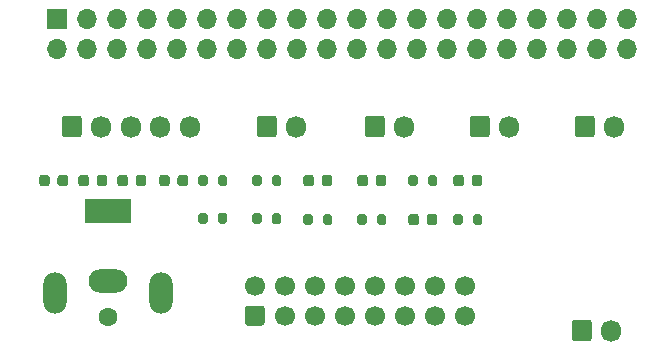
<source format=gbr>
%TF.GenerationSoftware,KiCad,Pcbnew,(5.1.9)-1*%
%TF.CreationDate,2021-05-20T14:11:39+09:00*%
%TF.ProjectId,LED-Matrix-PCB,4c45442d-4d61-4747-9269-782d5043422e,rev?*%
%TF.SameCoordinates,Original*%
%TF.FileFunction,Soldermask,Top*%
%TF.FilePolarity,Negative*%
%FSLAX46Y46*%
G04 Gerber Fmt 4.6, Leading zero omitted, Abs format (unit mm)*
G04 Created by KiCad (PCBNEW (5.1.9)-1) date 2021-05-20 14:11:39*
%MOMM*%
%LPD*%
G01*
G04 APERTURE LIST*
%ADD10O,1.700000X1.700000*%
%ADD11R,1.700000X1.700000*%
%ADD12O,1.700000X1.850000*%
%ADD13C,1.700000*%
%ADD14C,1.600000*%
%ADD15O,2.000000X3.500000*%
%ADD16O,3.300000X2.000000*%
%ADD17R,4.000000X2.000000*%
G04 APERTURE END LIST*
D10*
%TO.C,J1*%
X155194000Y-76454000D03*
X155194000Y-73914000D03*
X152654000Y-76454000D03*
X152654000Y-73914000D03*
X150114000Y-76454000D03*
X150114000Y-73914000D03*
X147574000Y-76454000D03*
X147574000Y-73914000D03*
X145034000Y-76454000D03*
X145034000Y-73914000D03*
X142494000Y-76454000D03*
X142494000Y-73914000D03*
X139954000Y-76454000D03*
X139954000Y-73914000D03*
X137414000Y-76454000D03*
X137414000Y-73914000D03*
X134874000Y-76454000D03*
X134874000Y-73914000D03*
X132334000Y-76454000D03*
X132334000Y-73914000D03*
X129794000Y-76454000D03*
X129794000Y-73914000D03*
X127254000Y-76454000D03*
X127254000Y-73914000D03*
X124714000Y-76454000D03*
X124714000Y-73914000D03*
X122174000Y-76454000D03*
X122174000Y-73914000D03*
X119634000Y-76454000D03*
X119634000Y-73914000D03*
X117094000Y-76454000D03*
X117094000Y-73914000D03*
X114554000Y-76454000D03*
X114554000Y-73914000D03*
X112014000Y-76454000D03*
X112014000Y-73914000D03*
X109474000Y-76454000D03*
X109474000Y-73914000D03*
X106934000Y-76454000D03*
D11*
X106934000Y-73914000D03*
%TD*%
D12*
%TO.C,Matrix_POWER*%
X153884000Y-100330000D03*
G36*
G01*
X150534000Y-101005000D02*
X150534000Y-99655000D01*
G75*
G02*
X150784000Y-99405000I250000J0D01*
G01*
X151984000Y-99405000D01*
G75*
G02*
X152234000Y-99655000I0J-250000D01*
G01*
X152234000Y-101005000D01*
G75*
G02*
X151984000Y-101255000I-250000J0D01*
G01*
X150784000Y-101255000D01*
G75*
G02*
X150534000Y-101005000I0J250000D01*
G01*
G37*
%TD*%
%TO.C,R8*%
G36*
G01*
X142957000Y-90657000D02*
X142957000Y-91207000D01*
G75*
G02*
X142757000Y-91407000I-200000J0D01*
G01*
X142357000Y-91407000D01*
G75*
G02*
X142157000Y-91207000I0J200000D01*
G01*
X142157000Y-90657000D01*
G75*
G02*
X142357000Y-90457000I200000J0D01*
G01*
X142757000Y-90457000D01*
G75*
G02*
X142957000Y-90657000I0J-200000D01*
G01*
G37*
G36*
G01*
X141307000Y-90657000D02*
X141307000Y-91207000D01*
G75*
G02*
X141107000Y-91407000I-200000J0D01*
G01*
X140707000Y-91407000D01*
G75*
G02*
X140507000Y-91207000I0J200000D01*
G01*
X140507000Y-90657000D01*
G75*
G02*
X140707000Y-90457000I200000J0D01*
G01*
X141107000Y-90457000D01*
G75*
G02*
X141307000Y-90657000I0J-200000D01*
G01*
G37*
%TD*%
%TO.C,R7*%
G36*
G01*
X123489000Y-91130800D02*
X123489000Y-90580800D01*
G75*
G02*
X123689000Y-90380800I200000J0D01*
G01*
X124089000Y-90380800D01*
G75*
G02*
X124289000Y-90580800I0J-200000D01*
G01*
X124289000Y-91130800D01*
G75*
G02*
X124089000Y-91330800I-200000J0D01*
G01*
X123689000Y-91330800D01*
G75*
G02*
X123489000Y-91130800I0J200000D01*
G01*
G37*
G36*
G01*
X125139000Y-91130800D02*
X125139000Y-90580800D01*
G75*
G02*
X125339000Y-90380800I200000J0D01*
G01*
X125739000Y-90380800D01*
G75*
G02*
X125939000Y-90580800I0J-200000D01*
G01*
X125939000Y-91130800D01*
G75*
G02*
X125739000Y-91330800I-200000J0D01*
G01*
X125339000Y-91330800D01*
G75*
G02*
X125139000Y-91130800I0J200000D01*
G01*
G37*
%TD*%
%TO.C,R6*%
G36*
G01*
X118917000Y-91105400D02*
X118917000Y-90555400D01*
G75*
G02*
X119117000Y-90355400I200000J0D01*
G01*
X119517000Y-90355400D01*
G75*
G02*
X119717000Y-90555400I0J-200000D01*
G01*
X119717000Y-91105400D01*
G75*
G02*
X119517000Y-91305400I-200000J0D01*
G01*
X119117000Y-91305400D01*
G75*
G02*
X118917000Y-91105400I0J200000D01*
G01*
G37*
G36*
G01*
X120567000Y-91105400D02*
X120567000Y-90555400D01*
G75*
G02*
X120767000Y-90355400I200000J0D01*
G01*
X121167000Y-90355400D01*
G75*
G02*
X121367000Y-90555400I0J-200000D01*
G01*
X121367000Y-91105400D01*
G75*
G02*
X121167000Y-91305400I-200000J0D01*
G01*
X120767000Y-91305400D01*
G75*
G02*
X120567000Y-91105400I0J200000D01*
G01*
G37*
%TD*%
%TO.C,R5*%
G36*
G01*
X123489000Y-87905000D02*
X123489000Y-87355000D01*
G75*
G02*
X123689000Y-87155000I200000J0D01*
G01*
X124089000Y-87155000D01*
G75*
G02*
X124289000Y-87355000I0J-200000D01*
G01*
X124289000Y-87905000D01*
G75*
G02*
X124089000Y-88105000I-200000J0D01*
G01*
X123689000Y-88105000D01*
G75*
G02*
X123489000Y-87905000I0J200000D01*
G01*
G37*
G36*
G01*
X125139000Y-87905000D02*
X125139000Y-87355000D01*
G75*
G02*
X125339000Y-87155000I200000J0D01*
G01*
X125739000Y-87155000D01*
G75*
G02*
X125939000Y-87355000I0J-200000D01*
G01*
X125939000Y-87905000D01*
G75*
G02*
X125739000Y-88105000I-200000J0D01*
G01*
X125339000Y-88105000D01*
G75*
G02*
X125139000Y-87905000I0J200000D01*
G01*
G37*
%TD*%
%TO.C,R4*%
G36*
G01*
X118917000Y-87905000D02*
X118917000Y-87355000D01*
G75*
G02*
X119117000Y-87155000I200000J0D01*
G01*
X119517000Y-87155000D01*
G75*
G02*
X119717000Y-87355000I0J-200000D01*
G01*
X119717000Y-87905000D01*
G75*
G02*
X119517000Y-88105000I-200000J0D01*
G01*
X119117000Y-88105000D01*
G75*
G02*
X118917000Y-87905000I0J200000D01*
G01*
G37*
G36*
G01*
X120567000Y-87905000D02*
X120567000Y-87355000D01*
G75*
G02*
X120767000Y-87155000I200000J0D01*
G01*
X121167000Y-87155000D01*
G75*
G02*
X121367000Y-87355000I0J-200000D01*
G01*
X121367000Y-87905000D01*
G75*
G02*
X121167000Y-88105000I-200000J0D01*
G01*
X120767000Y-88105000D01*
G75*
G02*
X120567000Y-87905000I0J200000D01*
G01*
G37*
%TD*%
%TO.C,R3*%
G36*
G01*
X136697000Y-87905000D02*
X136697000Y-87355000D01*
G75*
G02*
X136897000Y-87155000I200000J0D01*
G01*
X137297000Y-87155000D01*
G75*
G02*
X137497000Y-87355000I0J-200000D01*
G01*
X137497000Y-87905000D01*
G75*
G02*
X137297000Y-88105000I-200000J0D01*
G01*
X136897000Y-88105000D01*
G75*
G02*
X136697000Y-87905000I0J200000D01*
G01*
G37*
G36*
G01*
X138347000Y-87905000D02*
X138347000Y-87355000D01*
G75*
G02*
X138547000Y-87155000I200000J0D01*
G01*
X138947000Y-87155000D01*
G75*
G02*
X139147000Y-87355000I0J-200000D01*
G01*
X139147000Y-87905000D01*
G75*
G02*
X138947000Y-88105000I-200000J0D01*
G01*
X138547000Y-88105000D01*
G75*
G02*
X138347000Y-87905000I0J200000D01*
G01*
G37*
%TD*%
%TO.C,R2*%
G36*
G01*
X132379000Y-91207000D02*
X132379000Y-90657000D01*
G75*
G02*
X132579000Y-90457000I200000J0D01*
G01*
X132979000Y-90457000D01*
G75*
G02*
X133179000Y-90657000I0J-200000D01*
G01*
X133179000Y-91207000D01*
G75*
G02*
X132979000Y-91407000I-200000J0D01*
G01*
X132579000Y-91407000D01*
G75*
G02*
X132379000Y-91207000I0J200000D01*
G01*
G37*
G36*
G01*
X134029000Y-91207000D02*
X134029000Y-90657000D01*
G75*
G02*
X134229000Y-90457000I200000J0D01*
G01*
X134629000Y-90457000D01*
G75*
G02*
X134829000Y-90657000I0J-200000D01*
G01*
X134829000Y-91207000D01*
G75*
G02*
X134629000Y-91407000I-200000J0D01*
G01*
X134229000Y-91407000D01*
G75*
G02*
X134029000Y-91207000I0J200000D01*
G01*
G37*
%TD*%
%TO.C,R1*%
G36*
G01*
X127807000Y-91207000D02*
X127807000Y-90657000D01*
G75*
G02*
X128007000Y-90457000I200000J0D01*
G01*
X128407000Y-90457000D01*
G75*
G02*
X128607000Y-90657000I0J-200000D01*
G01*
X128607000Y-91207000D01*
G75*
G02*
X128407000Y-91407000I-200000J0D01*
G01*
X128007000Y-91407000D01*
G75*
G02*
X127807000Y-91207000I0J200000D01*
G01*
G37*
G36*
G01*
X129457000Y-91207000D02*
X129457000Y-90657000D01*
G75*
G02*
X129657000Y-90457000I200000J0D01*
G01*
X130057000Y-90457000D01*
G75*
G02*
X130257000Y-90657000I0J-200000D01*
G01*
X130257000Y-91207000D01*
G75*
G02*
X130057000Y-91407000I-200000J0D01*
G01*
X129657000Y-91407000D01*
G75*
G02*
X129457000Y-91207000I0J200000D01*
G01*
G37*
%TD*%
%TO.C,J8*%
X154138000Y-83058000D03*
G36*
G01*
X150788000Y-83733000D02*
X150788000Y-82383000D01*
G75*
G02*
X151038000Y-82133000I250000J0D01*
G01*
X152238000Y-82133000D01*
G75*
G02*
X152488000Y-82383000I0J-250000D01*
G01*
X152488000Y-83733000D01*
G75*
G02*
X152238000Y-83983000I-250000J0D01*
G01*
X151038000Y-83983000D01*
G75*
G02*
X150788000Y-83733000I0J250000D01*
G01*
G37*
%TD*%
%TO.C,J7*%
G36*
G01*
X107354000Y-83733000D02*
X107354000Y-82383000D01*
G75*
G02*
X107604000Y-82133000I250000J0D01*
G01*
X108804000Y-82133000D01*
G75*
G02*
X109054000Y-82383000I0J-250000D01*
G01*
X109054000Y-83733000D01*
G75*
G02*
X108804000Y-83983000I-250000J0D01*
G01*
X107604000Y-83983000D01*
G75*
G02*
X107354000Y-83733000I0J250000D01*
G01*
G37*
X110704000Y-83058000D03*
X113204000Y-83058000D03*
X115704000Y-83058000D03*
X118204000Y-83058000D03*
%TD*%
%TO.C,J6*%
G36*
G01*
X141898000Y-83733000D02*
X141898000Y-82383000D01*
G75*
G02*
X142148000Y-82133000I250000J0D01*
G01*
X143348000Y-82133000D01*
G75*
G02*
X143598000Y-82383000I0J-250000D01*
G01*
X143598000Y-83733000D01*
G75*
G02*
X143348000Y-83983000I-250000J0D01*
G01*
X142148000Y-83983000D01*
G75*
G02*
X141898000Y-83733000I0J250000D01*
G01*
G37*
X145248000Y-83058000D03*
%TD*%
%TO.C,J5*%
G36*
G01*
X133008000Y-83733000D02*
X133008000Y-82383000D01*
G75*
G02*
X133258000Y-82133000I250000J0D01*
G01*
X134458000Y-82133000D01*
G75*
G02*
X134708000Y-82383000I0J-250000D01*
G01*
X134708000Y-83733000D01*
G75*
G02*
X134458000Y-83983000I-250000J0D01*
G01*
X133258000Y-83983000D01*
G75*
G02*
X133008000Y-83733000I0J250000D01*
G01*
G37*
X136358000Y-83058000D03*
%TD*%
%TO.C,LED_Matrix*%
G36*
G01*
X124298000Y-99910000D02*
X123098000Y-99910000D01*
G75*
G02*
X122848000Y-99660000I0J250000D01*
G01*
X122848000Y-98460000D01*
G75*
G02*
X123098000Y-98210000I250000J0D01*
G01*
X124298000Y-98210000D01*
G75*
G02*
X124548000Y-98460000I0J-250000D01*
G01*
X124548000Y-99660000D01*
G75*
G02*
X124298000Y-99910000I-250000J0D01*
G01*
G37*
D13*
X126238000Y-99060000D03*
X128778000Y-99060000D03*
X131318000Y-99060000D03*
X133858000Y-99060000D03*
X136398000Y-99060000D03*
X138938000Y-99060000D03*
X141478000Y-99060000D03*
X123698000Y-96520000D03*
X126238000Y-96520000D03*
X128778000Y-96520000D03*
X131318000Y-96520000D03*
X133858000Y-96520000D03*
X136398000Y-96520000D03*
X138938000Y-96520000D03*
X141478000Y-96520000D03*
%TD*%
%TO.C,J3*%
G36*
G01*
X123864000Y-83733000D02*
X123864000Y-82383000D01*
G75*
G02*
X124114000Y-82133000I250000J0D01*
G01*
X125314000Y-82133000D01*
G75*
G02*
X125564000Y-82383000I0J-250000D01*
G01*
X125564000Y-83733000D01*
G75*
G02*
X125314000Y-83983000I-250000J0D01*
G01*
X124114000Y-83983000D01*
G75*
G02*
X123864000Y-83733000I0J250000D01*
G01*
G37*
D12*
X127214000Y-83058000D03*
%TD*%
D14*
%TO.C,J2*%
X111252000Y-99170000D03*
D15*
X115752000Y-97170000D03*
X106752000Y-97170000D03*
D16*
X111252000Y-96170000D03*
D17*
X111252000Y-90170000D03*
%TD*%
%TO.C,C8*%
G36*
G01*
X139147000Y-90682000D02*
X139147000Y-91182000D01*
G75*
G02*
X138922000Y-91407000I-225000J0D01*
G01*
X138472000Y-91407000D01*
G75*
G02*
X138247000Y-91182000I0J225000D01*
G01*
X138247000Y-90682000D01*
G75*
G02*
X138472000Y-90457000I225000J0D01*
G01*
X138922000Y-90457000D01*
G75*
G02*
X139147000Y-90682000I0J-225000D01*
G01*
G37*
G36*
G01*
X137597000Y-90682000D02*
X137597000Y-91182000D01*
G75*
G02*
X137372000Y-91407000I-225000J0D01*
G01*
X136922000Y-91407000D01*
G75*
G02*
X136697000Y-91182000I0J225000D01*
G01*
X136697000Y-90682000D01*
G75*
G02*
X136922000Y-90457000I225000J0D01*
G01*
X137372000Y-90457000D01*
G75*
G02*
X137597000Y-90682000I0J-225000D01*
G01*
G37*
%TD*%
%TO.C,C7*%
G36*
G01*
X105442000Y-87880000D02*
X105442000Y-87380000D01*
G75*
G02*
X105667000Y-87155000I225000J0D01*
G01*
X106117000Y-87155000D01*
G75*
G02*
X106342000Y-87380000I0J-225000D01*
G01*
X106342000Y-87880000D01*
G75*
G02*
X106117000Y-88105000I-225000J0D01*
G01*
X105667000Y-88105000D01*
G75*
G02*
X105442000Y-87880000I0J225000D01*
G01*
G37*
G36*
G01*
X106992000Y-87880000D02*
X106992000Y-87380000D01*
G75*
G02*
X107217000Y-87155000I225000J0D01*
G01*
X107667000Y-87155000D01*
G75*
G02*
X107892000Y-87380000I0J-225000D01*
G01*
X107892000Y-87880000D01*
G75*
G02*
X107667000Y-88105000I-225000J0D01*
G01*
X107217000Y-88105000D01*
G75*
G02*
X106992000Y-87880000I0J225000D01*
G01*
G37*
%TD*%
%TO.C,C6*%
G36*
G01*
X108757000Y-87880000D02*
X108757000Y-87380000D01*
G75*
G02*
X108982000Y-87155000I225000J0D01*
G01*
X109432000Y-87155000D01*
G75*
G02*
X109657000Y-87380000I0J-225000D01*
G01*
X109657000Y-87880000D01*
G75*
G02*
X109432000Y-88105000I-225000J0D01*
G01*
X108982000Y-88105000D01*
G75*
G02*
X108757000Y-87880000I0J225000D01*
G01*
G37*
G36*
G01*
X110307000Y-87880000D02*
X110307000Y-87380000D01*
G75*
G02*
X110532000Y-87155000I225000J0D01*
G01*
X110982000Y-87155000D01*
G75*
G02*
X111207000Y-87380000I0J-225000D01*
G01*
X111207000Y-87880000D01*
G75*
G02*
X110982000Y-88105000I-225000J0D01*
G01*
X110532000Y-88105000D01*
G75*
G02*
X110307000Y-87880000I0J225000D01*
G01*
G37*
%TD*%
%TO.C,C5*%
G36*
G01*
X112059000Y-87880000D02*
X112059000Y-87380000D01*
G75*
G02*
X112284000Y-87155000I225000J0D01*
G01*
X112734000Y-87155000D01*
G75*
G02*
X112959000Y-87380000I0J-225000D01*
G01*
X112959000Y-87880000D01*
G75*
G02*
X112734000Y-88105000I-225000J0D01*
G01*
X112284000Y-88105000D01*
G75*
G02*
X112059000Y-87880000I0J225000D01*
G01*
G37*
G36*
G01*
X113609000Y-87880000D02*
X113609000Y-87380000D01*
G75*
G02*
X113834000Y-87155000I225000J0D01*
G01*
X114284000Y-87155000D01*
G75*
G02*
X114509000Y-87380000I0J-225000D01*
G01*
X114509000Y-87880000D01*
G75*
G02*
X114284000Y-88105000I-225000J0D01*
G01*
X113834000Y-88105000D01*
G75*
G02*
X113609000Y-87880000I0J225000D01*
G01*
G37*
%TD*%
%TO.C,C4*%
G36*
G01*
X115602000Y-87880000D02*
X115602000Y-87380000D01*
G75*
G02*
X115827000Y-87155000I225000J0D01*
G01*
X116277000Y-87155000D01*
G75*
G02*
X116502000Y-87380000I0J-225000D01*
G01*
X116502000Y-87880000D01*
G75*
G02*
X116277000Y-88105000I-225000J0D01*
G01*
X115827000Y-88105000D01*
G75*
G02*
X115602000Y-87880000I0J225000D01*
G01*
G37*
G36*
G01*
X117152000Y-87880000D02*
X117152000Y-87380000D01*
G75*
G02*
X117377000Y-87155000I225000J0D01*
G01*
X117827000Y-87155000D01*
G75*
G02*
X118052000Y-87380000I0J-225000D01*
G01*
X118052000Y-87880000D01*
G75*
G02*
X117827000Y-88105000I-225000J0D01*
G01*
X117377000Y-88105000D01*
G75*
G02*
X117152000Y-87880000I0J225000D01*
G01*
G37*
%TD*%
%TO.C,C3*%
G36*
G01*
X140507000Y-87880000D02*
X140507000Y-87380000D01*
G75*
G02*
X140732000Y-87155000I225000J0D01*
G01*
X141182000Y-87155000D01*
G75*
G02*
X141407000Y-87380000I0J-225000D01*
G01*
X141407000Y-87880000D01*
G75*
G02*
X141182000Y-88105000I-225000J0D01*
G01*
X140732000Y-88105000D01*
G75*
G02*
X140507000Y-87880000I0J225000D01*
G01*
G37*
G36*
G01*
X142057000Y-87880000D02*
X142057000Y-87380000D01*
G75*
G02*
X142282000Y-87155000I225000J0D01*
G01*
X142732000Y-87155000D01*
G75*
G02*
X142957000Y-87380000I0J-225000D01*
G01*
X142957000Y-87880000D01*
G75*
G02*
X142732000Y-88105000I-225000J0D01*
G01*
X142282000Y-88105000D01*
G75*
G02*
X142057000Y-87880000I0J225000D01*
G01*
G37*
%TD*%
%TO.C,C2*%
G36*
G01*
X132379000Y-87880000D02*
X132379000Y-87380000D01*
G75*
G02*
X132604000Y-87155000I225000J0D01*
G01*
X133054000Y-87155000D01*
G75*
G02*
X133279000Y-87380000I0J-225000D01*
G01*
X133279000Y-87880000D01*
G75*
G02*
X133054000Y-88105000I-225000J0D01*
G01*
X132604000Y-88105000D01*
G75*
G02*
X132379000Y-87880000I0J225000D01*
G01*
G37*
G36*
G01*
X133929000Y-87880000D02*
X133929000Y-87380000D01*
G75*
G02*
X134154000Y-87155000I225000J0D01*
G01*
X134604000Y-87155000D01*
G75*
G02*
X134829000Y-87380000I0J-225000D01*
G01*
X134829000Y-87880000D01*
G75*
G02*
X134604000Y-88105000I-225000J0D01*
G01*
X134154000Y-88105000D01*
G75*
G02*
X133929000Y-87880000I0J225000D01*
G01*
G37*
%TD*%
%TO.C,C1*%
G36*
G01*
X127807000Y-87880000D02*
X127807000Y-87380000D01*
G75*
G02*
X128032000Y-87155000I225000J0D01*
G01*
X128482000Y-87155000D01*
G75*
G02*
X128707000Y-87380000I0J-225000D01*
G01*
X128707000Y-87880000D01*
G75*
G02*
X128482000Y-88105000I-225000J0D01*
G01*
X128032000Y-88105000D01*
G75*
G02*
X127807000Y-87880000I0J225000D01*
G01*
G37*
G36*
G01*
X129357000Y-87880000D02*
X129357000Y-87380000D01*
G75*
G02*
X129582000Y-87155000I225000J0D01*
G01*
X130032000Y-87155000D01*
G75*
G02*
X130257000Y-87380000I0J-225000D01*
G01*
X130257000Y-87880000D01*
G75*
G02*
X130032000Y-88105000I-225000J0D01*
G01*
X129582000Y-88105000D01*
G75*
G02*
X129357000Y-87880000I0J225000D01*
G01*
G37*
%TD*%
M02*

</source>
